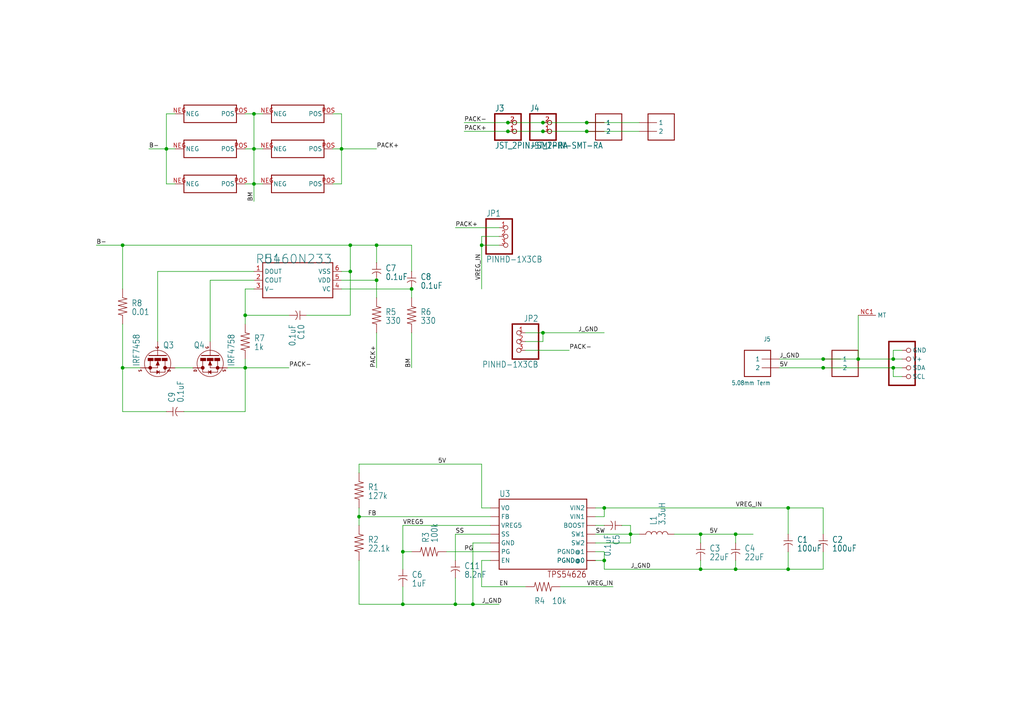
<source format=kicad_sch>
(kicad_sch (version 20211123) (generator eeschema)
  (paper "A4")
  (lib_symbols
    (symbol "Bat_Board_v3-eagle-import:1042_SMT"
      (symbol "1042_SMT_1_0"
        (polyline (pts (xy -7.62 -2.54) (xy -7.62 2.54)) (stroke (width 0.254)))
        (polyline (pts (xy -7.62 2.54) (xy 7.62 2.54)) (stroke (width 0.254)))
        (polyline (pts (xy 7.62 -2.54) (xy -7.62 -2.54)) (stroke (width 0.254)))
        (polyline (pts (xy 7.62 2.54) (xy 7.62 -2.54)) (stroke (width 0.254)))
        (pin power_in line (at 10.16 0 180) (length 2.54) (name "NEG") (number "NEG"))
        (pin power_in line (at -10.16 0 0) (length 2.54) (name "POS") (number "POS"))
      )
    )
    (symbol "Bat_Board_v3-eagle-import:1X2-3.5MM"
      (symbol "1X2-3.5MM_1_0"
        (polyline (pts (xy -2.54 -2.54) (xy 5.08 -2.54)) (stroke (width 0.254)))
        (polyline (pts (xy -2.54 5.08) (xy -2.54 -2.54)) (stroke (width 0.254)))
        (polyline (pts (xy 5.08 -2.54) (xy 5.08 5.08)) (stroke (width 0.254)))
        (polyline (pts (xy 5.08 5.08) (xy -2.54 5.08)) (stroke (width 0.254)))
        (pin passive line (at -5.08 2.54 0) (length 5.08) (name "1") (number "1"))
        (pin passive line (at -5.08 0 0) (length 5.08) (name "2") (number "2"))
      )
    )
    (symbol "Bat_Board_v3-eagle-import:CC0603"
      (property "Reference" "C" (at 2.54 0 0))
      (property "Value" "CC0603" (at 2.54 -2.54 0))
      (symbol "CC0603_1_0"
        (polyline (pts (xy 0 -0.1587) (xy 0 -2.54)) (stroke (width 0.1524)))
        (polyline (pts (xy 0 0.635) (xy -1.27 0.635)) (stroke (width 0.1524)))
        (polyline (pts (xy 0 0.635) (xy 0 2.54)) (stroke (width 0.1524)))
        (polyline (pts (xy 1.27 0.635) (xy 0 0.635)) (stroke (width 0.1524)))
        (arc (start 1.27 -0.635) (mid 0 -0.1089) (end -1.27 -0.635) (stroke (width 0.1524)))
        (pin bidirectional line (at 0 2.54 270) (length 0) (name "A") (number "P$1"))
        (pin bidirectional line (at 0 -2.54 270) (length 0) (name "C") (number "P$2"))
      )
    )
    (symbol "Bat_Board_v3-eagle-import:CC0805"
      (property "Reference" "C" (at 2.54 0 0))
      (property "Value" "CC0805" (at 2.54 -2.54 0))
      (symbol "CC0805_1_0"
        (polyline (pts (xy 0 -0.1587) (xy 0 -2.54)) (stroke (width 0.1524)))
        (polyline (pts (xy 0 0.635) (xy -1.27 0.635)) (stroke (width 0.1524)))
        (polyline (pts (xy 0 0.635) (xy 0 2.54)) (stroke (width 0.1524)))
        (polyline (pts (xy 1.27 0.635) (xy 0 0.635)) (stroke (width 0.1524)))
        (arc (start 1.27 -0.635) (mid 0 -0.1089) (end -1.27 -0.635) (stroke (width 0.1524)))
        (pin bidirectional line (at 0 2.54 270) (length 0) (name "A") (number "P$1"))
        (pin bidirectional line (at 0 -2.54 270) (length 0) (name "C") (number "P$2"))
      )
    )
    (symbol "Bat_Board_v3-eagle-import:CC1206"
      (property "Reference" "C" (at 2.54 0 0))
      (property "Value" "CC1206" (at 2.54 -2.54 0))
      (symbol "CC1206_1_0"
        (polyline (pts (xy 0 -0.1587) (xy 0 -2.54)) (stroke (width 0.1524)))
        (polyline (pts (xy 0 0.635) (xy -1.27 0.635)) (stroke (width 0.1524)))
        (polyline (pts (xy 0 0.635) (xy 0 2.54)) (stroke (width 0.1524)))
        (polyline (pts (xy 1.27 0.635) (xy 0 0.635)) (stroke (width 0.1524)))
        (arc (start 1.27 -0.635) (mid 0 -0.1089) (end -1.27 -0.635) (stroke (width 0.1524)))
        (pin bidirectional line (at 0 2.54 270) (length 0) (name "A") (number "P$1"))
        (pin bidirectional line (at 0 -2.54 270) (length 0) (name "C") (number "P$2"))
      )
    )
    (symbol "Bat_Board_v3-eagle-import:JST_2PIN-SMT-RA"
      (property "Reference" "CN" (at -6.35 5.715 0))
      (property "Value" "JST_2PIN-SMT-RA" (at -6.35 -5.08 0))
      (symbol "JST_2PIN-SMT-RA_1_0"
        (polyline (pts (xy -6.35 -2.54) (xy 1.27 -2.54)) (stroke (width 0.4064)))
        (polyline (pts (xy -6.35 5.08) (xy -6.35 -2.54)) (stroke (width 0.4064)))
        (polyline (pts (xy 1.27 -2.54) (xy 1.27 5.08)) (stroke (width 0.4064)))
        (polyline (pts (xy 1.27 5.08) (xy -6.35 5.08)) (stroke (width 0.4064)))
        (pin passive inverted (at -2.54 0 0) (length 2.54) (name "2") (number "1"))
        (pin passive inverted (at -2.54 2.54 0) (length 2.54) (name "1") (number "2"))
      )
    )
    (symbol "Bat_Board_v3-eagle-import:LL2020"
      (property "Reference" "L" (at 2.54 0 0))
      (property "Value" "LL2020" (at 2.54 -2.54 0))
      (symbol "LL2020_1_0"
        (arc (start 0 -3.175) (mid 0.7935 -2.3813) (end 0 -1.5875) (stroke (width 0.1524)))
        (arc (start 0 -1.5875) (mid 0.7935 -0.7938) (end 0 0) (stroke (width 0.1524)))
        (polyline (pts (xy 0 -3.175) (xy 0 -5.08)) (stroke (width 0.1524)))
        (polyline (pts (xy 0 3.175) (xy 0 5.08)) (stroke (width 0.1524)))
        (arc (start 0 0) (mid 0.7939 0.7938) (end 0 1.5875) (stroke (width 0.1524)))
        (arc (start 0 1.5875) (mid 0.7939 2.3813) (end 0 3.175) (stroke (width 0.1524)))
        (pin bidirectional line (at 0 5.08 270) (length 0) (name "A") (number "P$1"))
        (pin bidirectional line (at 0 -5.08 270) (length 0) (name "C") (number "P$2"))
      )
    )
    (symbol "Bat_Board_v3-eagle-import:MOSFET_N-CHSOIC"
      (property "Reference" "Q" (at -7.366 5.588 0))
      (property "Value" "MOSFET_N-CHSOIC" (at -7.366 -7.112 0))
      (symbol "MOSFET_N-CHSOIC_1_0"
        (rectangle (start -0.254 -2.794) (end 0.508 -1.27) (fill (type outline)))
        (rectangle (start -0.254 -0.889) (end 0.508 0.889) (fill (type outline)))
        (rectangle (start -0.254 1.27) (end 0.508 2.794) (fill (type outline)))
        (polyline (pts (xy -1.016 -2.54) (xy -1.016 0)) (stroke (width 0.254)))
        (polyline (pts (xy -1.016 0) (xy -5.08 0)) (stroke (width 0.1524)))
        (polyline (pts (xy -1.016 2.54) (xy -1.016 0)) (stroke (width 0.254)))
        (polyline (pts (xy 0.508 -2.159) (xy 2.54 -2.159)) (stroke (width 0.1524)))
        (polyline (pts (xy 1.778 0) (xy 2.54 0)) (stroke (width 0.1524)))
        (polyline (pts (xy 2.54 -2.159) (xy 2.54 -2.54)) (stroke (width 0.1524)))
        (polyline (pts (xy 2.54 -2.159) (xy 2.54 0)) (stroke (width 0.1524)))
        (polyline (pts (xy 2.54 2.159) (xy 0.5334 2.159)) (stroke (width 0.1524)))
        (polyline (pts (xy 2.54 2.54) (xy 2.54 2.159)) (stroke (width 0.1524)))
        (polyline (pts (xy 3.302 0.508) (xy 3.81 0.508)) (stroke (width 0.1524)))
        (polyline (pts (xy 3.81 -2.159) (xy 2.54 -2.159)) (stroke (width 0.1524)))
        (polyline (pts (xy 3.81 -2.159) (xy 3.81 -0.127)) (stroke (width 0.1524)))
        (polyline (pts (xy 3.81 0.508) (xy 3.81 2.159)) (stroke (width 0.1524)))
        (polyline (pts (xy 3.81 0.508) (xy 4.318 0.508)) (stroke (width 0.1524)))
        (polyline (pts (xy 3.81 2.159) (xy 2.54 2.159)) (stroke (width 0.1524)))
        (polyline (pts (xy 0.508 0) (xy 1.778 0.508) (xy 1.778 -0.508)) (fill (type outline)))
        (polyline (pts (xy 3.81 0.508) (xy 3.302 -0.254) (xy 4.318 -0.254)) (fill (type outline)))
        (circle (center 1.27 0) (radius 3.81) (stroke (width 0.1524)))
        (circle (center 2.54 -2.159) (radius 0.127) (stroke (width 0.4064)))
        (circle (center 2.54 2.159) (radius 0.127) (stroke (width 0.4064)))
        (text "D" (at 2.921 3.81 0) (effects (font (size 0.8128 0.6908)) (justify left bottom)))
        (text "G" (at -3.81 0.381 0) (effects (font (size 0.8128 0.6908)) (justify left bottom)))
        (text "S" (at 2.921 -4.572 0) (effects (font (size 0.8128 0.6908)) (justify left bottom)))
        (pin passive line (at 2.54 -5.08 90) (length 2.54) (name "S") (number "1"))
        (pin passive line (at 2.54 -5.08 90) (length 2.54) (name "S") (number "2"))
        (pin passive line (at 2.54 -5.08 90) (length 2.54) (name "S") (number "3"))
        (pin passive line (at -5.08 0 0) (length 0) (name "G") (number "4"))
        (pin passive line (at 2.54 5.08 270) (length 2.54) (name "D") (number "5"))
        (pin passive line (at 2.54 5.08 270) (length 2.54) (name "D") (number "6"))
        (pin passive line (at 2.54 5.08 270) (length 2.54) (name "D") (number "7"))
        (pin passive line (at 2.54 5.08 270) (length 2.54) (name "D") (number "8"))
      )
    )
    (symbol "Bat_Board_v3-eagle-import:PINHD-1X3CB"
      (property "Reference" "JP" (at -6.35 5.715 0))
      (property "Value" "PINHD-1X3CB" (at -6.35 -7.62 0))
      (symbol "PINHD-1X3CB_1_0"
        (polyline (pts (xy -6.35 -5.08) (xy 1.27 -5.08)) (stroke (width 0.4064)))
        (polyline (pts (xy -6.35 5.08) (xy -6.35 -5.08)) (stroke (width 0.4064)))
        (polyline (pts (xy 1.27 -5.08) (xy 1.27 5.08)) (stroke (width 0.4064)))
        (polyline (pts (xy 1.27 5.08) (xy -6.35 5.08)) (stroke (width 0.4064)))
        (pin passive inverted (at -2.54 2.54 0) (length 2.54) (name "1") (number "1"))
        (pin passive inverted (at -2.54 0 0) (length 2.54) (name "2") (number "2"))
        (pin passive inverted (at -2.54 -2.54 0) (length 2.54) (name "3") (number "3"))
      )
    )
    (symbol "Bat_Board_v3-eagle-import:R5460N233"
      (property "Value" "R5460N233" (at -10.16 -7.62 0))
      (symbol "R5460N233_1_0"
        (polyline (pts (xy -10.16 -5.08) (xy -10.16 5.08)) (stroke (width 0.254)))
        (polyline (pts (xy -10.16 5.08) (xy 10.16 5.08)) (stroke (width 0.254)))
        (polyline (pts (xy 10.16 -5.08) (xy -10.16 -5.08)) (stroke (width 0.254)))
        (polyline (pts (xy 10.16 5.08) (xy 10.16 -5.08)) (stroke (width 0.254)))
        (pin bidirectional line (at -12.7 2.54 0) (length 2.54) (name "DOUT") (number "1"))
        (pin bidirectional line (at -12.7 0 0) (length 2.54) (name "COUT") (number "2"))
        (pin bidirectional line (at -12.7 -2.54 0) (length 2.54) (name "V-") (number "3"))
        (pin bidirectional line (at 12.7 -2.54 180) (length 2.54) (name "VC") (number "4"))
        (pin bidirectional line (at 12.7 0 180) (length 2.54) (name "VDD") (number "5"))
        (pin bidirectional line (at 12.7 2.54 180) (length 2.54) (name "VSS") (number "6"))
      )
    )
    (symbol "Bat_Board_v3-eagle-import:RR0603"
      (property "Reference" "R" (at 2.54 0 0))
      (property "Value" "RR0603" (at 2.54 -2.54 0))
      (symbol "RR0603_1_0"
        (polyline (pts (xy -1.27 -2.2225) (xy 1.27 -1.5875)) (stroke (width 0.1524)))
        (polyline (pts (xy -1.27 -0.9525) (xy 1.27 -0.3175)) (stroke (width 0.1524)))
        (polyline (pts (xy -1.27 0.3175) (xy 1.27 0.9525)) (stroke (width 0.1524)))
        (polyline (pts (xy -1.27 1.5875) (xy 1.27 2.2225)) (stroke (width 0.1524)))
        (polyline (pts (xy 0 -2.54) (xy -1.27 -2.2225)) (stroke (width 0.1524)))
        (polyline (pts (xy 0 -2.54) (xy 0 -5.08)) (stroke (width 0.1524)))
        (polyline (pts (xy 0 2.54) (xy 0 5.08)) (stroke (width 0.1524)))
        (polyline (pts (xy 1.27 -1.5875) (xy -1.27 -0.9525)) (stroke (width 0.1524)))
        (polyline (pts (xy 1.27 -0.3175) (xy -1.27 0.3175)) (stroke (width 0.1524)))
        (polyline (pts (xy 1.27 0.9525) (xy -1.27 1.5875)) (stroke (width 0.1524)))
        (polyline (pts (xy 1.27 2.2225) (xy 0 2.54)) (stroke (width 0.1524)))
        (pin bidirectional line (at 0 5.08 270) (length 0) (name "A") (number "P$1"))
        (pin bidirectional line (at 0 -5.08 270) (length 0) (name "C") (number "P$2"))
      )
    )
    (symbol "Bat_Board_v3-eagle-import:RR2512"
      (property "Reference" "R" (at 2.54 0 0))
      (property "Value" "RR2512" (at 2.54 -2.54 0))
      (symbol "RR2512_1_0"
        (polyline (pts (xy -1.27 -2.2225) (xy 1.27 -1.5875)) (stroke (width 0.1524)))
        (polyline (pts (xy -1.27 -0.9525) (xy 1.27 -0.3175)) (stroke (width 0.1524)))
        (polyline (pts (xy -1.27 0.3175) (xy 1.27 0.9525)) (stroke (width 0.1524)))
        (polyline (pts (xy -1.27 1.5875) (xy 1.27 2.2225)) (stroke (width 0.1524)))
        (polyline (pts (xy 0 -2.54) (xy -1.27 -2.2225)) (stroke (width 0.1524)))
        (polyline (pts (xy 0 -2.54) (xy 0 -5.08)) (stroke (width 0.1524)))
        (polyline (pts (xy 0 2.54) (xy 0 5.08)) (stroke (width 0.1524)))
        (polyline (pts (xy 1.27 -1.5875) (xy -1.27 -0.9525)) (stroke (width 0.1524)))
        (polyline (pts (xy 1.27 -0.3175) (xy -1.27 0.3175)) (stroke (width 0.1524)))
        (polyline (pts (xy 1.27 0.9525) (xy -1.27 1.5875)) (stroke (width 0.1524)))
        (polyline (pts (xy 1.27 2.2225) (xy 0 2.54)) (stroke (width 0.1524)))
        (pin bidirectional line (at 0 5.08 270) (length 0) (name "A") (number "P$1"))
        (pin bidirectional line (at 0 -5.08 270) (length 0) (name "C") (number "P$2"))
      )
    )
    (symbol "Bat_Board_v3-eagle-import:STEMMA_I2C_RASMT"
      (symbol "STEMMA_I2C_RASMT_1_0"
        (polyline (pts (xy -3.81 -5.08) (xy 3.81 -5.08)) (stroke (width 0.4064)))
        (polyline (pts (xy -3.81 7.62) (xy -3.81 -5.08)) (stroke (width 0.4064)))
        (polyline (pts (xy 3.81 -5.08) (xy 3.81 7.62)) (stroke (width 0.4064)))
        (polyline (pts (xy 3.81 7.62) (xy -3.81 7.62)) (stroke (width 0.4064)))
        (pin passive inverted (at 0 5.08 0) (length 2.54) (name "GND") (number "1"))
        (pin passive inverted (at 0 2.54 0) (length 2.54) (name "V+") (number "2"))
        (pin passive inverted (at 0 0 0) (length 2.54) (name "SDA") (number "3"))
        (pin passive inverted (at 0 -2.54 0) (length 2.54) (name "SCL") (number "4"))
      )
      (symbol "STEMMA_I2C_RASMT_2_0"
        (pin bidirectional line (at 0 0 0) (length 5.08) (name "MT") (number "NC1"))
      )
      (symbol "STEMMA_I2C_RASMT_3_0"
        (pin bidirectional line (at 0 0 0) (length 5.08) (name "MT") (number "NC2"))
      )
    )
    (symbol "Bat_Board_v3-eagle-import:TERMBLOCK_1X2_5.08MM"
      (property "Reference" "X" (at -2.54 7.62 0))
      (property "Value" "TERMBLOCK_1X2_5.08MM" (at -2.54 -5.08 0))
      (symbol "TERMBLOCK_1X2_5.08MM_1_0"
        (polyline (pts (xy -2.54 -2.54) (xy 5.08 -2.54)) (stroke (width 0.254)))
        (polyline (pts (xy -2.54 5.08) (xy -2.54 -2.54)) (stroke (width 0.254)))
        (polyline (pts (xy 5.08 -2.54) (xy 5.08 5.08)) (stroke (width 0.254)))
        (polyline (pts (xy 5.08 5.08) (xy -2.54 5.08)) (stroke (width 0.254)))
        (pin passive line (at -5.08 2.54 0) (length 5.08) (name "1") (number "P$3"))
        (pin passive line (at -5.08 0 0) (length 5.08) (name "2") (number "P$4"))
      )
    )
    (symbol "Bat_Board_v3-eagle-import:TPS54626"
      (property "Reference" "U" (at -12.7 12.7 0))
      (symbol "TPS54626_1_0"
        (polyline (pts (xy -12.7 -10.16) (xy 12.7 -10.16)) (stroke (width 0.254)))
        (polyline (pts (xy -12.7 10.16) (xy -12.7 -10.16)) (stroke (width 0.254)))
        (polyline (pts (xy 12.7 -10.16) (xy 12.7 10.16)) (stroke (width 0.254)))
        (polyline (pts (xy 12.7 10.16) (xy -12.7 10.16)) (stroke (width 0.254)))
        (text "TPS54626" (at 12.7 -12.7 0) (effects (font (size 1.778 1.5113)) (justify right bottom)))
        (pin input line (at -15.24 7.62 0) (length 2.54) (name "VO") (number "P1"))
        (pin output line (at 15.24 0 180) (length 2.54) (name "SW1") (number "P10"))
        (pin output line (at 15.24 -2.54 180) (length 2.54) (name "SW2") (number "P11"))
        (pin power_in line (at 15.24 2.54 180) (length 2.54) (name "BOOST") (number "P12"))
        (pin input line (at 15.24 5.08 180) (length 2.54) (name "VIN1") (number "P13"))
        (pin input line (at 15.24 7.62 180) (length 2.54) (name "VIN2") (number "P14"))
        (pin power_in line (at -15.24 5.08 0) (length 2.54) (name "FB") (number "P2"))
        (pin input line (at -15.24 2.54 0) (length 2.54) (name "VREG5") (number "P3"))
        (pin output line (at -15.24 0 0) (length 2.54) (name "SS") (number "P4"))
        (pin power_in line (at -15.24 -2.54 0) (length 2.54) (name "GND") (number "P5"))
        (pin input line (at -15.24 -5.08 0) (length 2.54) (name "PG") (number "P6"))
        (pin input line (at -15.24 -7.62 0) (length 2.54) (name "EN") (number "P7"))
        (pin power_in line (at 15.24 -7.62 180) (length 2.54) (name "PGND@0") (number "P8"))
        (pin power_in line (at 15.24 -5.08 180) (length 2.54) (name "PGND@1") (number "P9"))
        (pin power_in line (at 15.24 -7.62 180) (length 2.54) (name "PGND@0") (number "PPAD"))
      )
    )
  )
  (junction (at 238.76 106.68))
  (junction (at 157.48 96.52))
  (junction (at 116.84 160.02))
  (junction (at 213.36 165.1))
  (junction (at 175.26 147.32))
  (junction (at 248.92 104.14))
  (junction (at 157.48 38.1))
  (junction (at 147.32 38.1))
  (junction (at 157.48 35.56))
  (junction (at 73.66 43.18))
  (junction (at 35.56 71.12))
  (junction (at 213.36 154.94))
  (junction (at 203.2 154.94))
  (junction (at 259.08 106.68))
  (junction (at 73.66 33.02))
  (junction (at 71.12 91.44))
  (junction (at 203.2 165.1))
  (junction (at 119.38 83.82))
  (junction (at 182.88 154.94))
  (junction (at 48.26 43.18))
  (junction (at 101.6 71.12))
  (junction (at 109.22 81.28))
  (junction (at 101.6 78.74))
  (junction (at 175.26 162.56))
  (junction (at 132.08 175.26))
  (junction (at 73.66 53.34))
  (junction (at 139.7 71.12))
  (junction (at 170.18 38.1))
  (junction (at 104.14 149.86))
  (junction (at 71.12 106.68))
  (junction (at 116.84 175.26))
  (junction (at 137.16 175.26))
  (junction (at 259.08 104.14))
  (junction (at 109.22 71.12))
  (junction (at 35.56 106.68))
  (junction (at 99.06 43.18))
  (junction (at 228.6 147.32))
  (junction (at 238.76 104.14))
  (junction (at 228.6 165.1))
  (junction (at 170.18 35.56))
  (junction (at 147.32 35.56))
  (wire (pts (xy 71.12 53.34) (xy 73.66 53.34)))
  (wire (pts (xy 213.36 162.56) (xy 213.36 165.1)))
  (wire (pts (xy 175.26 162.56) (xy 175.26 160.02)))
  (wire (pts (xy 134.62 35.56) (xy 147.32 35.56)))
  (wire (pts (xy 66.04 106.68) (xy 71.12 106.68)))
  (wire (pts (xy 48.26 43.18) (xy 43.18 43.18)))
  (wire (pts (xy 88.9 91.44) (xy 101.6 91.44)))
  (wire (pts (xy 261.62 101.6) (xy 259.08 101.6)))
  (wire (pts (xy 99.06 83.82) (xy 119.38 83.82)))
  (wire (pts (xy 142.24 147.32) (xy 139.7 147.32)))
  (wire (pts (xy 73.66 43.18) (xy 76.2 43.18)))
  (wire (pts (xy 248.92 91.44) (xy 248.92 104.14)))
  (wire (pts (xy 182.88 154.94) (xy 185.42 154.94)))
  (wire (pts (xy 162.56 170.18) (xy 177.8 170.18)))
  (wire (pts (xy 259.08 109.22) (xy 259.08 106.68)))
  (wire (pts (xy 172.72 152.4) (xy 175.26 152.4)))
  (wire (pts (xy 109.22 81.28) (xy 109.22 86.36)))
  (wire (pts (xy 71.12 91.44) (xy 71.12 93.98)))
  (wire (pts (xy 172.72 157.48) (xy 182.88 157.48)))
  (wire (pts (xy 238.76 104.14) (xy 226.06 104.14)))
  (wire (pts (xy 119.38 160.02) (xy 116.84 160.02)))
  (wire (pts (xy 238.76 165.1) (xy 228.6 165.1)))
  (wire (pts (xy 182.88 157.48) (xy 182.88 154.94)))
  (wire (pts (xy 195.58 154.94) (xy 203.2 154.94)))
  (wire (pts (xy 175.26 149.86) (xy 175.26 147.32)))
  (wire (pts (xy 73.66 78.74) (xy 45.72 78.74)))
  (wire (pts (xy 60.96 81.28) (xy 60.96 99.06)))
  (wire (pts (xy 248.92 104.14) (xy 259.08 104.14)))
  (wire (pts (xy 203.2 154.94) (xy 213.36 154.94)))
  (wire (pts (xy 213.36 165.1) (xy 203.2 165.1)))
  (wire (pts (xy 132.08 167.64) (xy 132.08 175.26)))
  (wire (pts (xy 71.12 106.68) (xy 83.82 106.68)))
  (wire (pts (xy 152.4 99.06) (xy 157.48 99.06)))
  (wire (pts (xy 142.24 157.48) (xy 137.16 157.48)))
  (wire (pts (xy 203.2 165.1) (xy 175.26 165.1)))
  (wire (pts (xy 109.22 71.12) (xy 109.22 76.2)))
  (wire (pts (xy 175.26 147.32) (xy 228.6 147.32)))
  (wire (pts (xy 144.78 71.12) (xy 139.7 71.12)))
  (wire (pts (xy 238.76 106.68) (xy 226.06 106.68)))
  (wire (pts (xy 99.06 43.18) (xy 96.52 43.18)))
  (wire (pts (xy 142.24 162.56) (xy 139.7 162.56)))
  (wire (pts (xy 99.06 78.74) (xy 101.6 78.74)))
  (wire (pts (xy 175.26 165.1) (xy 175.26 162.56)))
  (wire (pts (xy 101.6 78.74) (xy 101.6 71.12)))
  (wire (pts (xy 213.36 157.48) (xy 213.36 154.94)))
  (wire (pts (xy 50.8 106.68) (xy 55.88 106.68)))
  (wire (pts (xy 137.16 157.48) (xy 137.16 175.26)))
  (wire (pts (xy 139.7 162.56) (xy 139.7 170.18)))
  (wire (pts (xy 71.12 43.18) (xy 73.66 43.18)))
  (wire (pts (xy 203.2 157.48) (xy 203.2 154.94)))
  (wire (pts (xy 228.6 154.94) (xy 228.6 147.32)))
  (wire (pts (xy 99.06 43.18) (xy 99.06 53.34)))
  (wire (pts (xy 259.08 101.6) (xy 259.08 104.14)))
  (wire (pts (xy 104.14 147.32) (xy 104.14 149.86)))
  (wire (pts (xy 45.72 78.74) (xy 45.72 99.06)))
  (wire (pts (xy 170.18 35.56) (xy 185.42 35.56)))
  (wire (pts (xy 99.06 43.18) (xy 109.22 43.18)))
  (wire (pts (xy 40.64 106.68) (xy 35.56 106.68)))
  (wire (pts (xy 132.08 162.56) (xy 132.08 154.94)))
  (wire (pts (xy 48.26 43.18) (xy 48.26 53.34)))
  (wire (pts (xy 71.12 104.14) (xy 71.12 106.68)))
  (wire (pts (xy 71.12 83.82) (xy 71.12 91.44)))
  (wire (pts (xy 238.76 147.32) (xy 238.76 154.94)))
  (wire (pts (xy 104.14 175.26) (xy 116.84 175.26)))
  (wire (pts (xy 157.48 35.56) (xy 170.18 35.56)))
  (wire (pts (xy 139.7 134.62) (xy 104.14 134.62)))
  (wire (pts (xy 116.84 152.4) (xy 116.84 160.02)))
  (wire (pts (xy 116.84 170.18) (xy 116.84 175.26)))
  (wire (pts (xy 73.66 53.34) (xy 76.2 53.34)))
  (wire (pts (xy 109.22 96.52) (xy 109.22 106.68)))
  (wire (pts (xy 73.66 83.82) (xy 71.12 83.82)))
  (wire (pts (xy 104.14 149.86) (xy 104.14 152.4)))
  (wire (pts (xy 50.8 33.02) (xy 48.26 33.02)))
  (wire (pts (xy 119.38 71.12) (xy 109.22 71.12)))
  (wire (pts (xy 142.24 149.86) (xy 104.14 149.86)))
  (wire (pts (xy 53.34 119.38) (xy 71.12 119.38)))
  (wire (pts (xy 35.56 71.12) (xy 35.56 83.82)))
  (wire (pts (xy 71.12 33.02) (xy 73.66 33.02)))
  (wire (pts (xy 203.2 162.56) (xy 203.2 165.1)))
  (wire (pts (xy 238.76 160.02) (xy 238.76 165.1)))
  (wire (pts (xy 228.6 165.1) (xy 213.36 165.1)))
  (wire (pts (xy 96.52 33.02) (xy 99.06 33.02)))
  (wire (pts (xy 48.26 43.18) (xy 50.8 43.18)))
  (wire (pts (xy 144.78 66.04) (xy 132.08 66.04)))
  (wire (pts (xy 99.06 33.02) (xy 99.06 43.18)))
  (wire (pts (xy 132.08 175.26) (xy 137.16 175.26)))
  (wire (pts (xy 99.06 53.34) (xy 96.52 53.34)))
  (wire (pts (xy 228.6 147.32) (xy 238.76 147.32)))
  (wire (pts (xy 182.88 152.4) (xy 182.88 154.94)))
  (wire (pts (xy 35.56 93.98) (xy 35.56 106.68)))
  (wire (pts (xy 142.24 160.02) (xy 129.54 160.02)))
  (wire (pts (xy 259.08 106.68) (xy 238.76 106.68)))
  (wire (pts (xy 144.78 68.58) (xy 139.7 68.58)))
  (wire (pts (xy 175.26 160.02) (xy 172.72 160.02)))
  (wire (pts (xy 73.66 81.28) (xy 60.96 81.28)))
  (wire (pts (xy 83.82 91.44) (xy 71.12 91.44)))
  (wire (pts (xy 142.24 152.4) (xy 116.84 152.4)))
  (wire (pts (xy 172.72 154.94) (xy 182.88 154.94)))
  (wire (pts (xy 35.56 119.38) (xy 48.26 119.38)))
  (wire (pts (xy 48.26 33.02) (xy 48.26 43.18)))
  (wire (pts (xy 170.18 38.1) (xy 157.48 38.1)))
  (wire (pts (xy 259.08 104.14) (xy 261.62 104.14)))
  (wire (pts (xy 137.16 175.26) (xy 144.78 175.26)))
  (wire (pts (xy 152.4 101.6) (xy 165.1 101.6)))
  (wire (pts (xy 172.72 162.56) (xy 175.26 162.56)))
  (wire (pts (xy 139.7 71.12) (xy 139.7 83.82)))
  (wire (pts (xy 261.62 106.68) (xy 259.08 106.68)))
  (wire (pts (xy 116.84 175.26) (xy 132.08 175.26)))
  (wire (pts (xy 116.84 160.02) (xy 116.84 165.1)))
  (wire (pts (xy 261.62 109.22) (xy 259.08 109.22)))
  (wire (pts (xy 139.7 68.58) (xy 139.7 71.12)))
  (wire (pts (xy 228.6 160.02) (xy 228.6 165.1)))
  (wire (pts (xy 170.18 38.1) (xy 185.42 38.1)))
  (wire (pts (xy 73.66 53.34) (xy 73.66 58.42)))
  (wire (pts (xy 139.7 170.18) (xy 152.4 170.18)))
  (wire (pts (xy 73.66 43.18) (xy 73.66 53.34)))
  (wire (pts (xy 152.4 96.52) (xy 157.48 96.52)))
  (wire (pts (xy 101.6 71.12) (xy 109.22 71.12)))
  (wire (pts (xy 238.76 104.14) (xy 248.92 104.14)))
  (wire (pts (xy 172.72 147.32) (xy 175.26 147.32)))
  (wire (pts (xy 101.6 71.12) (xy 35.56 71.12)))
  (wire (pts (xy 180.34 152.4) (xy 182.88 152.4)))
  (wire (pts (xy 35.56 106.68) (xy 35.56 119.38)))
  (wire (pts (xy 119.38 83.82) (xy 119.38 86.36)))
  (wire (pts (xy 213.36 154.94) (xy 218.44 154.94)))
  (wire (pts (xy 35.56 71.12) (xy 27.94 71.12)))
  (wire (pts (xy 119.38 96.52) (xy 119.38 106.68)))
  (wire (pts (xy 157.48 96.52) (xy 175.26 96.52)))
  (wire (pts (xy 71.12 106.68) (xy 71.12 119.38)))
  (wire (pts (xy 73.66 33.02) (xy 73.66 43.18)))
  (wire (pts (xy 104.14 162.56) (xy 104.14 175.26)))
  (wire (pts (xy 139.7 147.32) (xy 139.7 134.62)))
  (wire (pts (xy 157.48 96.52) (xy 157.48 99.06)))
  (wire (pts (xy 109.22 81.28) (xy 99.06 81.28)))
  (wire (pts (xy 48.26 53.34) (xy 50.8 53.34)))
  (wire (pts (xy 73.66 33.02) (xy 76.2 33.02)))
  (wire (pts (xy 147.32 38.1) (xy 134.62 38.1)))
  (wire (pts (xy 172.72 149.86) (xy 175.26 149.86)))
  (wire (pts (xy 132.08 154.94) (xy 142.24 154.94)))
  (wire (pts (xy 147.32 35.56) (xy 157.48 35.56)))
  (wire (pts (xy 104.14 134.62) (xy 104.14 137.16)))
  (wire (pts (xy 119.38 78.74) (xy 119.38 71.12)))
  (wire (pts (xy 101.6 78.74) (xy 101.6 91.44)))
  (wire (pts (xy 157.48 38.1) (xy 147.32 38.1)))
  (label "PACK-" (at 165.1 101.6 0) (effects (font (size 1.2446 1.2446))))
  (label "SS" (at 132.08 154.94 0) (effects (font (size 1.2446 1.2446))))
  (label "PACK+" (at 109.22 43.18 0) (effects (font (size 1.2446 1.2446))))
  (label "PG" (at 134.62 160.02 0) (effects (font (size 1.2446 1.2446))))
  (label "J_GND" (at 139.7 175.26 0) (effects (font (size 1.2446 1.2446))))
  (label "J_GND" (at 167.64 96.52 0) (effects (font (size 1.2446 1.2446))))
  (label "PACK-" (at 83.82 106.68 0) (effects (font (size 1.2446 1.2446))))
  (label "J_GND" (at 182.88 165.1 0) (effects (font (size 1.2446 1.2446))))
  (label "5V" (at 127 134.62 0) (effects (font (size 1.2446 1.2446))))
  (label "5V" (at 205.74 154.94 0) (effects (font (size 1.2446 1.2446))))
  (label "PACK+" (at 132.08 66.04 0) (effects (font (size 1.2446 1.2446))))
  (label "BM" (at 119.38 106.68 90) (effects (font (size 1.2446 1.2446))))
  (label "VREG_IN" (at 170.18 170.18 0) (effects (font (size 1.2446 1.2446))))
  (label "B-" (at 43.18 43.18 0) (effects (font (size 1.2446 1.2446))))
  (label "EN" (at 144.78 170.18 0) (effects (font (size 1.2446 1.2446))))
  (label "SW" (at 172.72 154.94 0) (effects (font (size 1.2446 1.2446))))
  (label "FB" (at 106.68 149.86 0) (effects (font (size 1.2446 1.2446))))
  (label "B-" (at 27.94 71.12 0) (effects (font (size 1.2446 1.2446))))
  (label "J_GND" (at 226.06 104.14 0) (effects (font (size 1.2446 1.2446))))
  (label "PACK-" (at 134.62 35.56 0) (effects (font (size 1.2446 1.2446))))
  (label "PACK+" (at 109.22 106.68 90) (effects (font (size 1.2446 1.2446))))
  (label "5V" (at 226.06 106.68 0) (effects (font (size 1.2446 1.2446))))
  (label "VREG5" (at 116.84 152.4 0) (effects (font (size 1.2446 1.2446))))
  (label "VREG_IN" (at 139.7 81.28 90) (effects (font (size 1.2446 1.2446))))
  (label "VREG_IN" (at 213.36 147.32 0) (effects (font (size 1.2446 1.2446))))
  (label "BM" (at 73.66 58.42 90) (effects (font (size 1.2446 1.2446))))
  (label "PACK+" (at 134.62 38.1 0) (effects (font (size 1.2446 1.2446))))
  (symbol (lib_id "Bat_Board_v3-eagle-import:R5460N233") (at 86.36 81.28 0)
    (property "Reference" "U1" (at 76.2 73.66 0) (effects (font (size 2.54 2.54)) (justify left top)))
    (property "Value" "R5460N233" (at 96.52 73.66 0) (effects (font (size 2.54 2.54)) (justify right top)))
    (property "Footprint" "Bat_Board_v3:SOT-23-6" (effects hide))
  )
  (symbol (lib_id "Bat_Board_v3-eagle-import:JST_2PIN-SMT-RA") (at 160.02 38.1 0)
    (property "Reference" "J4" (at 153.67 32.385 0) (effects (font (size 1.778 1.5113)) (justify left bottom)))
    (property "Value" "JST_2PIN-SMT-RA" (at 153.67 43.18 0) (effects (font (size 1.778 1.5113)) (justify left bottom)))
    (property "Footprint" "Bat_Board_v3:JST-PH-2-SMT-RA" (effects hide))
  )
  (symbol (lib_id "Bat_Board_v3-eagle-import:RR0603") (at 104.14 157.48 0)
    (property "Reference" "R2" (at 106.68 157.48 0) (effects (font (size 1.778 1.5113)) (justify left bottom)))
    (property "Value" "22.1k" (at 106.68 160.02 0) (effects (font (size 1.778 1.5113)) (justify left bottom)))
    (property "Footprint" "Bat_Board_v3:R_0603_(M1608)" (effects hide))
  )
  (symbol (lib_id "Bat_Board_v3-eagle-import:LL2020") (at 190.5 154.94 90)
    (property "Reference" "L1" (at 190.5 152.4 0) (effects (font (size 1.778 1.5113)) (justify left bottom)))
    (property "Value" "3.3uH" (at 193.04 152.4 0) (effects (font (size 1.778 1.5113)) (justify left bottom)))
    (property "Footprint" "Bat_Board_v3:L_2020_(M5050)" (effects hide))
  )
  (symbol (lib_id "Bat_Board_v3-eagle-import:RR0603") (at 124.46 160.02 90)
    (property "Reference" "R3" (at 124.46 157.48 0) (effects (font (size 1.778 1.5113)) (justify left bottom)))
    (property "Value" "100k" (at 127 157.48 0) (effects (font (size 1.778 1.5113)) (justify left bottom)))
    (property "Footprint" "Bat_Board_v3:R_0603_(M1608)" (effects hide))
  )
  (symbol (lib_id "Bat_Board_v3-eagle-import:1042_SMT") (at 86.36 43.18 180)
    (property "Reference" "BAT5" (effects hide))
    (property "Value" "1042_SMT" (effects hide))
    (property "Footprint" "Bat_Board_v3:1042" (effects hide))
  )
  (symbol (lib_id "Bat_Board_v3-eagle-import:1042_SMT") (at 60.96 53.34 180)
    (property "Reference" "BAT3" (effects hide))
    (property "Value" "1042_SMT" (effects hide))
    (property "Footprint" "Bat_Board_v3:1042" (effects hide))
  )
  (symbol (lib_id "Bat_Board_v3-eagle-import:JST_2PIN-SMT-RA") (at 149.86 38.1 0)
    (property "Reference" "J3" (at 143.51 32.385 0) (effects (font (size 1.778 1.5113)) (justify left bottom)))
    (property "Value" "JST_2PIN-SMT-RA" (at 143.51 43.18 0) (effects (font (size 1.778 1.5113)) (justify left bottom)))
    (property "Footprint" "Bat_Board_v3:JST-PH-2-SMT-RA" (effects hide))
  )
  (symbol (lib_id "Bat_Board_v3-eagle-import:RR0603") (at 104.14 142.24 0)
    (property "Reference" "R1" (at 106.68 142.24 0) (effects (font (size 1.778 1.5113)) (justify left bottom)))
    (property "Value" "127k" (at 106.68 144.78 0) (effects (font (size 1.778 1.5113)) (justify left bottom)))
    (property "Footprint" "Bat_Board_v3:R_0603_(M1608)" (effects hide))
  )
  (symbol (lib_id "Bat_Board_v3-eagle-import:MOSFET_N-CHSOIC") (at 45.72 104.14 270)
    (property "Reference" "Q3" (at 47.244 101.092 90) (effects (font (size 1.778 1.5113)) (justify left bottom)))
    (property "Value" "IRF7458" (at 38.608 96.774 0) (effects (font (size 1.778 1.5113)) (justify left bottom)))
    (property "Footprint" "Bat_Board_v3:SOIC-8" (effects hide))
  )
  (symbol (lib_id "Bat_Board_v3-eagle-import:TPS54626") (at 157.48 154.94 0)
    (property "Reference" "U3" (at 144.78 142.24 0) (effects (font (size 1.778 1.5113)) (justify left top)))
    (property "Value" "TPS54626" (effects hide))
    (property "Footprint" "Bat_Board_v3:14-HTSSOP" (effects hide))
  )
  (symbol (lib_id "Bat_Board_v3-eagle-import:RR0603") (at 109.22 91.44 0)
    (property "Reference" "R5" (at 111.76 91.44 0) (effects (font (size 1.778 1.5113)) (justify left bottom)))
    (property "Value" "330" (at 111.76 93.98 0) (effects (font (size 1.778 1.5113)) (justify left bottom)))
    (property "Footprint" "Bat_Board_v3:R_0603_(M1608)" (effects hide))
  )
  (symbol (lib_id "Bat_Board_v3-eagle-import:CC0603") (at 119.38 81.28 0)
    (property "Reference" "C8" (at 121.92 81.28 0) (effects (font (size 1.778 1.5113)) (justify left bottom)))
    (property "Value" "0.1uF" (at 121.92 83.82 0) (effects (font (size 1.778 1.5113)) (justify left bottom)))
    (property "Footprint" "Bat_Board_v3:C_0603_(M1608)" (effects hide))
  )
  (symbol (lib_id "Bat_Board_v3-eagle-import:1042_SMT") (at 86.36 33.02 180)
    (property "Reference" "BAT4" (effects hide))
    (property "Value" "1042_SMT" (effects hide))
    (property "Footprint" "Bat_Board_v3:1042" (effects hide))
  )
  (symbol (lib_id "Bat_Board_v3-eagle-import:PINHD-1X3CB") (at 147.32 68.58 0)
    (property "Reference" "JP1" (at 140.97 62.865 0) (effects (font (size 1.778 1.5113)) (justify left bottom)))
    (property "Value" "PINHD-1X3CB" (at 140.97 76.2 0) (effects (font (size 1.778 1.5113)) (justify left bottom)))
    (property "Footprint" "Bat_Board_v3:1X03-CLEANBIG" (effects hide))
  )
  (symbol (lib_id "Bat_Board_v3-eagle-import:1X2-3.5MM") (at 190.5 38.1 0)
    (property "Reference" "J2" (effects hide))
    (property "Value" "1X2-3.5MM" (effects hide))
    (property "Footprint" "Bat_Board_v3:1X2-3.5MM" (effects hide))
  )
  (symbol (lib_id "Bat_Board_v3-eagle-import:1042_SMT") (at 86.36 53.34 180)
    (property "Reference" "BAT6" (effects hide))
    (property "Value" "1042_SMT" (effects hide))
    (property "Footprint" "Bat_Board_v3:1042" (effects hide))
  )
  (symbol (lib_id "Bat_Board_v3-eagle-import:MOSFET_N-CHSOIC") (at 60.96 104.14 90) (mirror x)
    (property "Reference" "Q4" (at 59.436 101.092 90) (effects (font (size 1.778 1.5113)) (justify left bottom)))
    (property "Value" "IRF4758" (at 68.072 96.774 0) (effects (font (size 1.778 1.5113)) (justify left bottom)))
    (property "Footprint" "Bat_Board_v3:SOIC-8" (effects hide))
  )
  (symbol (lib_id "Bat_Board_v3-eagle-import:STEMMA_I2C_RASMT") (at 261.62 106.68 0)
    (property "Reference" "CONN1" (effects hide))
    (property "Value" "STEMMA_I2C_RASMT" (effects hide))
    (property "Footprint" "Bat_Board_v3:JSTPH4" (effects hide))
  )
  (symbol (lib_id "Bat_Board_v3-eagle-import:CC0603") (at 116.84 167.64 0)
    (property "Reference" "C6" (at 119.38 167.64 0) (effects (font (size 1.778 1.5113)) (justify left bottom)))
    (property "Value" "1uF" (at 119.38 170.18 0) (effects (font (size 1.778 1.5113)) (justify left bottom)))
    (property "Footprint" "Bat_Board_v3:C_0603_(M1608)" (effects hide))
  )
  (symbol (lib_id "Bat_Board_v3-eagle-import:PINHD-1X3CB") (at 149.86 99.06 0) (mirror y)
    (property "Reference" "JP2" (at 156.21 93.345 0) (effects (font (size 1.778 1.5113)) (justify left bottom)))
    (property "Value" "PINHD-1X3CB" (at 156.21 106.68 0) (effects (font (size 1.778 1.5113)) (justify left bottom)))
    (property "Footprint" "Bat_Board_v3:1X03-CLEANBIG" (effects hide))
  )
  (symbol (lib_id "Bat_Board_v3-eagle-import:RR2512") (at 35.56 88.9 0)
    (property "Reference" "R8" (at 38.1 88.9 0) (effects (font (size 1.778 1.5113)) (justify left bottom)))
    (property "Value" "0.01" (at 38.1 91.44 0) (effects (font (size 1.778 1.5113)) (justify left bottom)))
    (property "Footprint" "Bat_Board_v3:R_2512_(M6332)" (effects hide))
  )
  (symbol (lib_id "Bat_Board_v3-eagle-import:CC0603") (at 86.36 91.44 270)
    (property "Reference" "C10" (at 86.36 93.98 0) (effects (font (size 1.778 1.5113)) (justify left bottom)))
    (property "Value" "0.1uF" (at 83.82 93.98 0) (effects (font (size 1.778 1.5113)) (justify left bottom)))
    (property "Footprint" "Bat_Board_v3:C_0603_(M1608)" (effects hide))
  )
  (symbol (lib_id "Bat_Board_v3-eagle-import:1X2-3.5MM") (at 243.84 106.68 0)
    (property "Reference" "J6" (effects hide))
    (property "Value" "1X2-3.5MM" (effects hide))
    (property "Footprint" "Bat_Board_v3:1X2-3.5MM" (effects hide))
  )
  (symbol (lib_id "Bat_Board_v3-eagle-import:CC1206") (at 228.6 157.48 0)
    (property "Reference" "C1" (at 231.14 157.48 0) (effects (font (size 1.778 1.5113)) (justify left bottom)))
    (property "Value" "100uF" (at 231.14 160.02 0) (effects (font (size 1.778 1.5113)) (justify left bottom)))
    (property "Footprint" "Bat_Board_v3:C_1206_(M3216)" (effects hide))
  )
  (symbol (lib_id "Bat_Board_v3-eagle-import:CC0603") (at 50.8 119.38 90)
    (property "Reference" "C9" (at 50.8 116.84 0) (effects (font (size 1.778 1.5113)) (justify left bottom)))
    (property "Value" "0.1uF" (at 53.34 116.84 0) (effects (font (size 1.778 1.5113)) (justify left bottom)))
    (property "Footprint" "Bat_Board_v3:C_0603_(M1608)" (effects hide))
  )
  (symbol (lib_id "Bat_Board_v3-eagle-import:CC0805") (at 213.36 160.02 0)
    (property "Reference" "C4" (at 215.9 160.02 0) (effects (font (size 1.778 1.5113)) (justify left bottom)))
    (property "Value" "22uF" (at 215.9 162.56 0) (effects (font (size 1.778 1.5113)) (justify left bottom)))
    (property "Footprint" "Bat_Board_v3:C_0805_(M2012)" (effects hide))
  )
  (symbol (lib_id "Bat_Board_v3-eagle-import:CC0603") (at 109.22 78.74 0)
    (property "Reference" "C7" (at 111.76 78.74 0) (effects (font (size 1.778 1.5113)) (justify left bottom)))
    (property "Value" "0.1uF" (at 111.76 81.28 0) (effects (font (size 1.778 1.5113)) (justify left bottom)))
    (property "Footprint" "Bat_Board_v3:C_0603_(M1608)" (effects hide))
  )
  (symbol (lib_id "Bat_Board_v3-eagle-import:STEMMA_I2C_RASMT") (at 248.92 91.44 0)
    (property "Reference" "CONN1" (effects hide))
    (property "Value" "STEMMA_I2C_RASMT" (effects hide))
    (property "Footprint" "Bat_Board_v3:JSTPH4" (effects hide))
  )
  (symbol (lib_id "Bat_Board_v3-eagle-import:RR0603") (at 71.12 99.06 0)
    (property "Reference" "R7" (at 73.66 99.06 0) (effects (font (size 1.778 1.5113)) (justify left bottom)))
    (property "Value" "1k" (at 73.66 101.6 0) (effects (font (size 1.778 1.5113)) (justify left bottom)))
    (property "Footprint" "Bat_Board_v3:R_0603_(M1608)" (effects hide))
  )
  (symbol (lib_id "Bat_Board_v3-eagle-import:CC0805") (at 203.2 160.02 0)
    (property "Reference" "C3" (at 205.74 160.02 0) (effects (font (size 1.778 1.5113)) (justify left bottom)))
    (property "Value" "22uF" (at 205.74 162.56 0) (effects (font (size 1.778 1.5113)) (justify left bottom)))
    (property "Footprint" "Bat_Board_v3:C_0805_(M2012)" (effects hide))
  )
  (symbol (lib_id "Bat_Board_v3-eagle-import:1042_SMT") (at 60.96 33.02 180)
    (property "Reference" "BAT1" (effects hide))
    (property "Value" "1042_SMT" (effects hide))
    (property "Footprint" "Bat_Board_v3:1042" (effects hide))
  )
  (symbol (lib_id "Bat_Board_v3-eagle-import:RR0603") (at 119.38 91.44 0)
    (property "Reference" "R6" (at 121.92 91.44 0) (effects (font (size 1.778 1.5113)) (justify left bottom)))
    (property "Value" "330" (at 121.92 93.98 0) (effects (font (size 1.778 1.5113)) (justify left bottom)))
    (property "Footprint" "Bat_Board_v3:R_0603_(M1608)" (effects hide))
  )
  (symbol (lib_id "Bat_Board_v3-eagle-import:1042_SMT") (at 60.96 43.18 180)
    (property "Reference" "BAT2" (effects hide))
    (property "Value" "1042_SMT" (effects hide))
    (property "Footprint" "Bat_Board_v3:1042" (effects hide))
  )
  (symbol (lib_id "Bat_Board_v3-eagle-import:RR0603") (at 157.48 170.18 90)
    (property "Reference" "R4" (at 154.94 175.26 90) (effects (font (size 1.778 1.5113)) (justify right top)))
    (property "Value" "10k" (at 160.02 175.26 90) (effects (font (size 1.778 1.5113)) (justify right top)))
    (property "Footprint" "Bat_Board_v3:R_0603_(M1608)" (effects hide))
  )
  (symbol (lib_id "Bat_Board_v3-eagle-import:CC0603") (at 132.08 165.1 0)
    (property "Reference" "C11" (at 134.62 165.1 0) (effects (font (size 1.778 1.5113)) (justify left bottom)))
    (property "Value" "8.2nF" (at 134.62 167.64 0) (effects (font (size 1.778 1.5113)) (justify left bottom)))
    (property "Footprint" "Bat_Board_v3:C_0603_(M1608)" (effects hide))
  )
  (symbol (lib_id "Bat_Board_v3-eagle-import:TERMBLOCK_1X2_5.08MM") (at 220.98 106.68 0) (mirror y)
    (property "Reference" "J5" (at 223.52 99.06 0) (effects (font (size 1.27 1.0795)) (justify left bottom)))
    (property "Value" "5.08mm Term" (at 223.52 111.76 0) (effects (font (size 1.27 1.0795)) (justify left bottom)))
    (property "Footprint" "Bat_Board_v3:TERMBLOCK_508_1X2" (effects hide))
  )
  (symbol (lib_id "Bat_Board_v3-eagle-import:CC0603") (at 177.8 152.4 270)
    (property "Reference" "C5" (at 177.8 154.94 0) (effects (font (size 1.778 1.5113)) (justify left bottom)))
    (property "Value" "0.1uF" (at 175.26 154.94 0) (effects (font (size 1.778 1.5113)) (justify left bottom)))
    (property "Footprint" "Bat_Board_v3:C_0603_(M1608)" (effects hide))
  )
  (symbol (lib_id "Bat_Board_v3-eagle-import:1X2-3.5MM") (at 175.26 38.1 0)
    (property "Reference" "J1" (effects hide))
    (property "Value" "1X2-3.5MM" (effects hide))
    (property "Footprint" "Bat_Board_v3:1X2-3.5MM" (effects hide))
  )
  (symbol (lib_id "Bat_Board_v3-eagle-import:CC1206") (at 238.76 157.48 0)
    (property "Reference" "C2" (at 241.3 157.48 0) (effects (font (size 1.778 1.5113)) (justify left bottom)))
    (property "Value" "100uF" (at 241.3 160.02 0) (effects (font (size 1.778 1.5113)) (justify left bottom)))
    (property "Footprint" "Bat_Board_v3:C_1206_(M3216)" (effects hide))
  )
)
</source>
